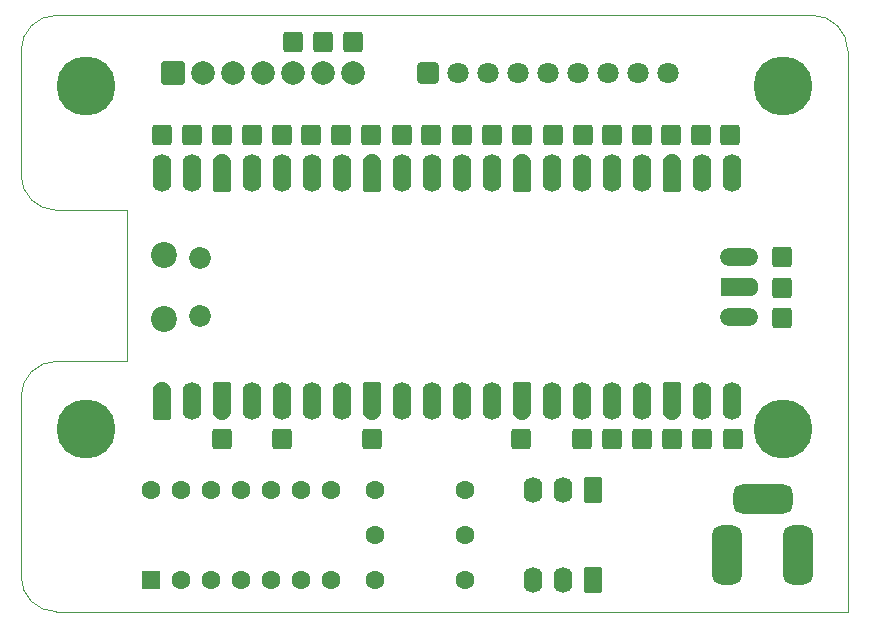
<source format=gbr>
%TF.GenerationSoftware,KiCad,Pcbnew,9.0.3-9.0.3-0~ubuntu24.04.1*%
%TF.CreationDate,2026-01-17T20:15:46+05:30*%
%TF.ProjectId,orbigator,6f726269-6761-4746-9f72-2e6b69636164,rev?*%
%TF.SameCoordinates,Original*%
%TF.FileFunction,Soldermask,Top*%
%TF.FilePolarity,Negative*%
%FSLAX46Y46*%
G04 Gerber Fmt 4.6, Leading zero omitted, Abs format (unit mm)*
G04 Created by KiCad (PCBNEW 9.0.3-9.0.3-0~ubuntu24.04.1) date 2026-01-17 20:15:46*
%MOMM*%
%LPD*%
G01*
G04 APERTURE LIST*
G04 Aperture macros list*
%AMRoundRect*
0 Rectangle with rounded corners*
0 $1 Rounding radius*
0 $2 $3 $4 $5 $6 $7 $8 $9 X,Y pos of 4 corners*
0 Add a 4 corners polygon primitive as box body*
4,1,4,$2,$3,$4,$5,$6,$7,$8,$9,$2,$3,0*
0 Add four circle primitives for the rounded corners*
1,1,$1+$1,$2,$3*
1,1,$1+$1,$4,$5*
1,1,$1+$1,$6,$7*
1,1,$1+$1,$8,$9*
0 Add four rect primitives between the rounded corners*
20,1,$1+$1,$2,$3,$4,$5,0*
20,1,$1+$1,$4,$5,$6,$7,0*
20,1,$1+$1,$6,$7,$8,$9,0*
20,1,$1+$1,$8,$9,$2,$3,0*%
%AMFreePoly0*
4,1,37,0.800000,0.796148,0.878414,0.796148,1.032228,0.765552,1.177117,0.705537,1.307515,0.618408,1.418408,0.507515,1.505537,0.377117,1.565552,0.232228,1.596148,0.078414,1.596148,-0.078414,1.565552,-0.232228,1.505537,-0.377117,1.418408,-0.507515,1.307515,-0.618408,1.177117,-0.705537,1.032228,-0.765552,0.878414,-0.796148,0.800000,-0.796148,0.800000,-0.800000,-1.400000,-0.800000,
-1.403843,-0.796157,-1.439018,-0.796157,-1.511114,-0.766294,-1.566294,-0.711114,-1.596157,-0.639018,-1.596157,-0.603843,-1.600000,-0.600000,-1.600000,0.600000,-1.596157,0.603843,-1.596157,0.639018,-1.566294,0.711114,-1.511114,0.766294,-1.439018,0.796157,-1.403843,0.796157,-1.400000,0.800000,0.800000,0.800000,0.800000,0.796148,0.800000,0.796148,$1*%
%AMFreePoly1*
4,1,37,1.403843,0.796157,1.439018,0.796157,1.511114,0.766294,1.566294,0.711114,1.596157,0.639018,1.596157,0.603843,1.600000,0.600000,1.600000,-0.600000,1.596157,-0.603843,1.596157,-0.639018,1.566294,-0.711114,1.511114,-0.766294,1.439018,-0.796157,1.403843,-0.796157,1.400000,-0.800000,-0.800000,-0.800000,-0.800000,-0.796148,-0.878414,-0.796148,-1.032228,-0.765552,-1.177117,-0.705537,
-1.307515,-0.618408,-1.418408,-0.507515,-1.505537,-0.377117,-1.565552,-0.232228,-1.596148,-0.078414,-1.596148,0.078414,-1.565552,0.232228,-1.505537,0.377117,-1.418408,0.507515,-1.307515,0.618408,-1.177117,0.705537,-1.032228,0.765552,-0.878414,0.796148,-0.800000,0.796148,-0.800000,0.800000,1.400000,0.800000,1.403843,0.796157,1.403843,0.796157,$1*%
%AMFreePoly2*
4,1,37,1.600000,0.796148,1.678414,0.796148,1.832228,0.765552,1.977117,0.705537,2.107515,0.618408,2.218408,0.507515,2.305537,0.377117,2.365552,0.232228,2.396148,0.078414,2.396148,-0.078414,2.365552,-0.232228,2.305537,-0.377117,2.218408,-0.507515,2.107515,-0.618408,1.977117,-0.705537,1.832228,-0.765552,1.678414,-0.796148,1.600000,-0.796148,1.600000,-0.800000,-0.600000,-0.800000,
-0.603843,-0.796157,-0.639018,-0.796157,-0.711114,-0.766294,-0.766294,-0.711114,-0.796157,-0.639018,-0.796157,-0.603843,-0.800000,-0.600000,-0.800000,0.600000,-0.796157,0.603843,-0.796157,0.639018,-0.766294,0.711114,-0.711114,0.766294,-0.639018,0.796157,-0.603843,0.796157,-0.600000,0.800000,1.600000,0.800000,1.600000,0.796148,1.600000,0.796148,$1*%
G04 Aperture macros list end*
%ADD10RoundRect,0.250000X-0.750000X0.750000X-0.750000X-0.750000X0.750000X-0.750000X0.750000X0.750000X0*%
%ADD11C,2.000000*%
%ADD12RoundRect,0.250000X-0.600000X-0.600000X0.600000X-0.600000X0.600000X0.600000X-0.600000X0.600000X0*%
%ADD13RoundRect,0.250000X0.550000X-0.550000X0.550000X0.550000X-0.550000X0.550000X-0.550000X-0.550000X0*%
%ADD14C,1.600000*%
%ADD15RoundRect,0.250000X0.600000X0.600000X-0.600000X0.600000X-0.600000X-0.600000X0.600000X-0.600000X0*%
%ADD16RoundRect,0.235294X0.564706X0.864706X-0.564706X0.864706X-0.564706X-0.864706X0.564706X-0.864706X0*%
%ADD17O,1.600000X2.200000*%
%ADD18RoundRect,0.750000X0.500000X1.750000X-0.500000X1.750000X-0.500000X-1.750000X0.500000X-1.750000X0*%
%ADD19RoundRect,0.750000X1.750000X0.500000X-1.750000X0.500000X-1.750000X-0.500000X1.750000X-0.500000X0*%
%ADD20C,2.200000*%
%ADD21C,1.850000*%
%ADD22FreePoly0,90.000000*%
%ADD23RoundRect,0.800000X0.000010X-0.800000X0.000010X0.800000X-0.000010X0.800000X-0.000010X-0.800000X0*%
%ADD24FreePoly1,90.000000*%
%ADD25RoundRect,0.800000X0.800000X0.000010X-0.800000X0.000010X-0.800000X-0.000010X0.800000X-0.000010X0*%
%ADD26FreePoly2,0.000000*%
%ADD27C,5.000000*%
%ADD28RoundRect,0.250000X0.650000X0.650000X-0.650000X0.650000X-0.650000X-0.650000X0.650000X-0.650000X0*%
%ADD29C,1.800000*%
%TA.AperFunction,Profile*%
%ADD30C,0.050000*%
%TD*%
G04 APERTURE END LIST*
D10*
%TO.C,RTC1*%
X77880000Y-84400000D03*
D11*
X80420000Y-84400000D03*
X82960000Y-84400000D03*
X85500000Y-84400000D03*
X88040000Y-84400000D03*
X90580000Y-84400000D03*
X93120000Y-84400000D03*
%TD*%
D12*
%TO.C,J5*%
X112555000Y-89600000D03*
%TD*%
D13*
%TO.C,U2*%
X75990000Y-127315000D03*
D14*
X78530000Y-127315000D03*
X81069999Y-127315000D03*
X83610000Y-127315000D03*
X86150000Y-127315000D03*
X88690000Y-127315000D03*
X91230000Y-127315000D03*
X91230000Y-119695000D03*
X88690000Y-119695000D03*
X86150000Y-119695000D03*
X83610000Y-119695000D03*
X81070000Y-119695000D03*
X78530000Y-119695000D03*
X75990000Y-119695000D03*
%TD*%
D12*
%TO.C,J1*%
X125055000Y-89600000D03*
%TD*%
%TO.C,J10*%
X97255000Y-89600000D03*
%TD*%
%TO.C,J19*%
X112470000Y-115400000D03*
%TD*%
%TO.C,J6*%
X110055000Y-89600000D03*
%TD*%
D15*
%TO.C,J30*%
X93100000Y-81800000D03*
%TD*%
D12*
%TO.C,J34*%
X82020000Y-89600000D03*
%TD*%
%TO.C,J23*%
X87070001Y-89600000D03*
%TD*%
%TO.C,J36*%
X120060000Y-89600000D03*
%TD*%
%TO.C,J25*%
X76975001Y-89600000D03*
%TD*%
%TO.C,J31*%
X82020000Y-115340000D03*
%TD*%
%TO.C,J17*%
X117569999Y-115400000D03*
%TD*%
%TO.C,J11*%
X92055000Y-89600000D03*
%TD*%
%TO.C,J8*%
X89555000Y-89600000D03*
%TD*%
D14*
%TO.C,R3*%
X102600000Y-123505000D03*
X94980000Y-123505000D03*
%TD*%
D16*
%TO.C,M1*%
X113390000Y-127315000D03*
D17*
X110890000Y-127315000D03*
X108390000Y-127315000D03*
%TD*%
D12*
%TO.C,J33*%
X94740000Y-115390000D03*
%TD*%
%TO.C,J3*%
X117569999Y-89600000D03*
%TD*%
%TO.C,J16*%
X122670000Y-115400000D03*
%TD*%
D18*
%TO.C,J27*%
X124808000Y-125157500D03*
X130808000Y-125157500D03*
D19*
X127808000Y-120457500D03*
%TD*%
D14*
%TO.C,R2*%
X102600000Y-119695000D03*
X94980000Y-119695000D03*
%TD*%
D12*
%TO.C,J15*%
X125270001Y-115400000D03*
%TD*%
%TO.C,J13*%
X84555000Y-89600000D03*
%TD*%
%TO.C,J32*%
X129470000Y-102560000D03*
%TD*%
D20*
%TO.C,U1*%
X77100000Y-105225000D03*
D21*
X80130000Y-104925000D03*
X80130000Y-100075000D03*
D20*
X77100000Y-99775000D03*
D22*
X76970000Y-112190000D03*
D23*
X79510000Y-112190000D03*
D24*
X82050000Y-112190000D03*
D23*
X84590000Y-112190000D03*
X87130000Y-112190000D03*
X89670000Y-112190000D03*
X92210000Y-112190000D03*
D24*
X94750000Y-112190000D03*
D23*
X97290000Y-112190000D03*
X99830000Y-112190000D03*
X102370000Y-112190000D03*
X104910000Y-112190000D03*
D24*
X107450000Y-112190000D03*
D23*
X109990000Y-112190000D03*
X112530000Y-112190000D03*
X115070000Y-112190000D03*
X117610000Y-112190000D03*
D24*
X120150000Y-112190000D03*
D23*
X122690000Y-112190000D03*
X125230000Y-112190000D03*
X125230000Y-92810000D03*
X122690000Y-92810000D03*
D22*
X120150000Y-92810000D03*
D23*
X117610000Y-92810000D03*
X115070000Y-92810000D03*
X112530000Y-92810000D03*
X109990000Y-92810000D03*
D22*
X107450000Y-92810000D03*
D23*
X104910000Y-92810000D03*
X102370000Y-92810000D03*
X99830000Y-92810000D03*
X97290000Y-92810000D03*
D22*
X94750000Y-92810000D03*
D23*
X92210000Y-92810000D03*
X89670000Y-92810000D03*
X87130000Y-92810000D03*
X84590000Y-92810000D03*
D22*
X82050000Y-92810000D03*
D23*
X79510000Y-92810000D03*
X76970000Y-92810000D03*
D25*
X125800000Y-105040000D03*
D26*
X125000000Y-102500000D03*
D25*
X125800000Y-99960000D03*
%TD*%
D15*
%TO.C,J28*%
X88030000Y-81800000D03*
%TD*%
D12*
%TO.C,J37*%
X107430000Y-89610000D03*
%TD*%
D14*
%TO.C,R1*%
X102600000Y-127315000D03*
X94980000Y-127315000D03*
%TD*%
D12*
%TO.C,J20*%
X87070001Y-115400000D03*
%TD*%
D15*
%TO.C,J29*%
X90600000Y-81800000D03*
%TD*%
D12*
%TO.C,J12*%
X94655000Y-89600001D03*
%TD*%
%TO.C,J21*%
X129470000Y-100000000D03*
%TD*%
%TO.C,J35*%
X120130000Y-115410000D03*
%TD*%
%TO.C,J22*%
X129470000Y-105100000D03*
%TD*%
%TO.C,J14*%
X102370000Y-89600000D03*
%TD*%
%TO.C,J18*%
X115069999Y-115400000D03*
%TD*%
D16*
%TO.C,M2*%
X113390000Y-119695000D03*
D17*
X110890000Y-119695000D03*
X108390000Y-119695000D03*
%TD*%
D12*
%TO.C,J2*%
X122555000Y-89600000D03*
%TD*%
%TO.C,J7*%
X104855000Y-89600000D03*
%TD*%
%TO.C,J9*%
X99755000Y-89600000D03*
%TD*%
%TO.C,J24*%
X79470000Y-89600000D03*
%TD*%
%TO.C,J26*%
X107370000Y-115400000D03*
%TD*%
%TO.C,J4*%
X115055000Y-89600000D03*
%TD*%
D27*
%TO.C,DISP1*%
X129500000Y-114500000D03*
X129500000Y-85500000D03*
X70500000Y-114500000D03*
X70500000Y-85500000D03*
D28*
X99500000Y-84400000D03*
D29*
X102040000Y-84400000D03*
X104580000Y-84400000D03*
X107120000Y-84400000D03*
X109660000Y-84400000D03*
X112200000Y-84400000D03*
X114740000Y-84400000D03*
X117280000Y-84400000D03*
X119820000Y-84400000D03*
%TD*%
D30*
X74000000Y-96000000D02*
X74000000Y-108800000D01*
X65000000Y-111800000D02*
G75*
G02*
X68000000Y-108800000I3000000J0D01*
G01*
X68000000Y-130000000D02*
G75*
G02*
X65000000Y-127000000I0J3000000D01*
G01*
X65000000Y-111800000D02*
X65000000Y-127000000D01*
X65000000Y-82500000D02*
X65000000Y-93000000D01*
X132000000Y-79500000D02*
G75*
G02*
X135000000Y-82500000I0J-3000000D01*
G01*
X68000000Y-96000000D02*
X74000000Y-96000000D01*
X68000000Y-96000000D02*
G75*
G02*
X65000000Y-93000000I0J3000000D01*
G01*
X132000000Y-79500000D02*
X68000000Y-79500000D01*
X135000000Y-82500000D02*
X135000000Y-130000000D01*
X135000000Y-130000000D02*
X68000000Y-130000000D01*
X74000000Y-108800000D02*
X68000000Y-108800000D01*
X65000000Y-82500000D02*
G75*
G02*
X68000000Y-79500000I3000000J0D01*
G01*
M02*

</source>
